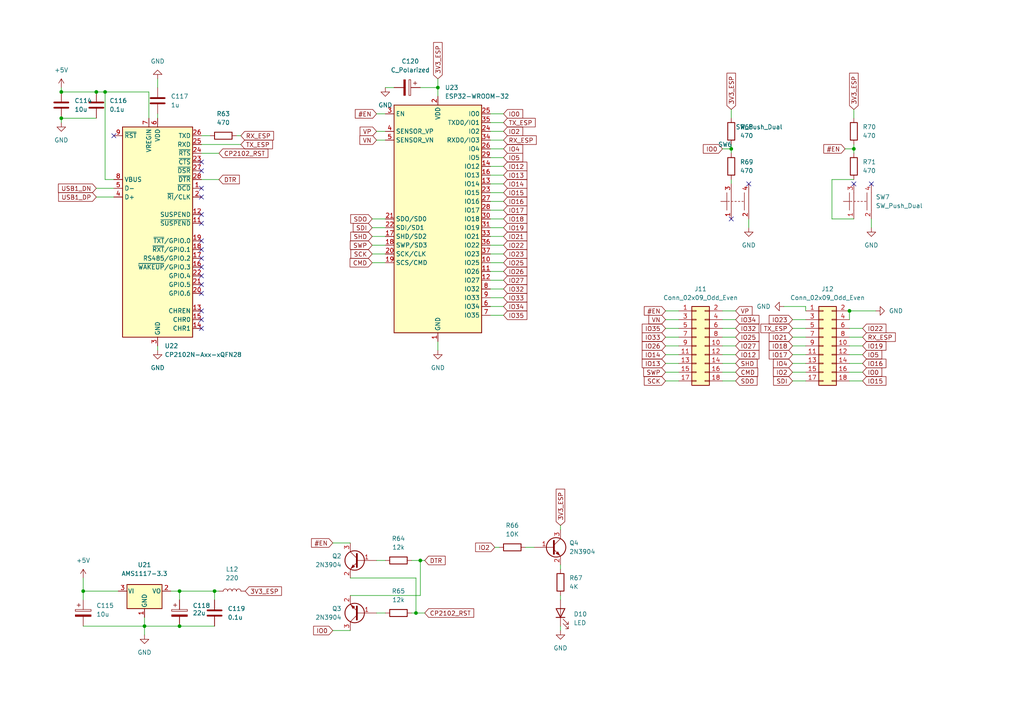
<source format=kicad_sch>
(kicad_sch (version 20211123) (generator eeschema)
  (paper "A4")
  (lib_symbols
    (symbol "Connector_Generic:Conn_02x09_Odd_Even" (pin_names (offset 1.016) hide)
      (property "Reference" "J" (at 1.27 12.7 0))
      (property "Value" "Conn_02x09_Odd_Even" (at 1.27 -12.7 0))
      (symbol "Conn_02x09_Odd_Even_1_1"
        (rectangle (start -1.27 -10.033) (end 0 -10.287) (stroke (width 0.1524)))
        (rectangle (start -1.27 -7.493) (end 0 -7.747) (stroke (width 0.1524)))
        (rectangle (start -1.27 -4.953) (end 0 -5.207) (stroke (width 0.1524)))
        (rectangle (start -1.27 -2.413) (end 0 -2.667) (stroke (width 0.1524)))
        (rectangle (start -1.27 0.127) (end 0 -0.127) (stroke (width 0.1524)))
        (rectangle (start -1.27 2.667) (end 0 2.413) (stroke (width 0.1524)))
        (rectangle (start -1.27 5.207) (end 0 4.953) (stroke (width 0.1524)))
        (rectangle (start -1.27 7.747) (end 0 7.493) (stroke (width 0.1524)))
        (rectangle (start -1.27 10.287) (end 0 10.033) (stroke (width 0.1524)))
        (rectangle (start -1.27 11.43) (end 3.81 -11.43) (stroke (width 0.254)) (fill (type background)))
        (rectangle (start 3.81 -10.033) (end 2.54 -10.287) (stroke (width 0.1524)))
        (rectangle (start 3.81 -7.493) (end 2.54 -7.747) (stroke (width 0.1524)))
        (rectangle (start 3.81 -4.953) (end 2.54 -5.207) (stroke (width 0.1524)))
        (rectangle (start 3.81 -2.413) (end 2.54 -2.667) (stroke (width 0.1524)))
        (rectangle (start 3.81 0.127) (end 2.54 -0.127) (stroke (width 0.1524)))
        (rectangle (start 3.81 2.667) (end 2.54 2.413) (stroke (width 0.1524)))
        (rectangle (start 3.81 5.207) (end 2.54 4.953) (stroke (width 0.1524)))
        (rectangle (start 3.81 7.747) (end 2.54 7.493) (stroke (width 0.1524)))
        (rectangle (start 3.81 10.287) (end 2.54 10.033) (stroke (width 0.1524)))
        (pin passive line (at -5.08 10.16 0) (length 3.81) (name "Pin_1") (number "1"))
        (pin passive line (at 7.62 0 180) (length 3.81) (name "Pin_10") (number "10"))
        (pin passive line (at -5.08 -2.54 0) (length 3.81) (name "Pin_11") (number "11"))
        (pin passive line (at 7.62 -2.54 180) (length 3.81) (name "Pin_12") (number "12"))
        (pin passive line (at -5.08 -5.08 0) (length 3.81) (name "Pin_13") (number "13"))
        (pin passive line (at 7.62 -5.08 180) (length 3.81) (name "Pin_14") (number "14"))
        (pin passive line (at -5.08 -7.62 0) (length 3.81) (name "Pin_15") (number "15"))
        (pin passive line (at 7.62 -7.62 180) (length 3.81) (name "Pin_16") (number "16"))
        (pin passive line (at -5.08 -10.16 0) (length 3.81) (name "Pin_17") (number "17"))
        (pin passive line (at 7.62 -10.16 180) (length 3.81) (name "Pin_18") (number "18"))
        (pin passive line (at 7.62 10.16 180) (length 3.81) (name "Pin_2") (number "2"))
        (pin passive line (at -5.08 7.62 0) (length 3.81) (name "Pin_3") (number "3"))
        (pin passive line (at 7.62 7.62 180) (length 3.81) (name "Pin_4") (number "4"))
        (pin passive line (at -5.08 5.08 0) (length 3.81) (name "Pin_5") (number "5"))
        (pin passive line (at 7.62 5.08 180) (length 3.81) (name "Pin_6") (number "6"))
        (pin passive line (at -5.08 2.54 0) (length 3.81) (name "Pin_7") (number "7"))
        (pin passive line (at 7.62 2.54 180) (length 3.81) (name "Pin_8") (number "8"))
        (pin passive line (at -5.08 0 0) (length 3.81) (name "Pin_9") (number "9"))
      )
    )
    (symbol "Device:C" (pin_numbers hide) (pin_names (offset 0.254))
      (property "Reference" "C" (at 0.635 2.54 0))
      (property "Value" "C" (at 0.635 -2.54 0))
      (symbol "C_0_1"
        (polyline (pts (xy -2.032 -0.762) (xy 2.032 -0.762)) (stroke (width 0.508)))
        (polyline (pts (xy -2.032 0.762) (xy 2.032 0.762)) (stroke (width 0.508)))
      )
      (symbol "C_1_1"
        (pin passive line (at 0 3.81 270) (length 2.794) (name "~") (number "1"))
        (pin passive line (at 0 -3.81 90) (length 2.794) (name "~") (number "2"))
      )
    )
    (symbol "Device:C_Polarized" (pin_numbers hide) (pin_names (offset 0.254))
      (property "Reference" "C" (at 0.635 2.54 0))
      (property "Value" "C_Polarized" (at 0.635 -2.54 0))
      (symbol "C_Polarized_0_1"
        (rectangle (start -2.286 0.508) (end 2.286 1.016))
        (polyline (pts (xy -1.778 2.286) (xy -0.762 2.286)))
        (polyline (pts (xy -1.27 2.794) (xy -1.27 1.778)))
        (rectangle (start 2.286 -0.508) (end -2.286 -1.016) (fill (type outline)))
      )
      (symbol "C_Polarized_1_1"
        (pin passive line (at 0 3.81 270) (length 2.794) (name "~") (number "1"))
        (pin passive line (at 0 -3.81 90) (length 2.794) (name "~") (number "2"))
      )
    )
    (symbol "Device:L" (pin_numbers hide) (pin_names (offset 1.016) hide)
      (property "Reference" "L" (at -1.27 0 90))
      (property "Value" "L" (at 1.905 0 90))
      (symbol "L_0_1"
        (arc (start 0 -2.54) (mid 0.635 -1.905) (end 0 -1.27))
        (arc (start 0 -1.27) (mid 0.635 -0.635) (end 0 0))
        (arc (start 0 0) (mid 0.635 0.635) (end 0 1.27))
        (arc (start 0 1.27) (mid 0.635 1.905) (end 0 2.54))
      )
      (symbol "L_1_1"
        (pin passive line (at 0 3.81 270) (length 1.27) (name "1") (number "1"))
        (pin passive line (at 0 -3.81 90) (length 1.27) (name "2") (number "2"))
      )
    )
    (symbol "Device:LED" (pin_numbers hide) (pin_names (offset 1.016) hide)
      (property "Reference" "D" (at 0 2.54 0))
      (property "Value" "LED" (at 0 -2.54 0))
      (symbol "LED_0_1"
        (polyline (pts (xy -1.27 -1.27) (xy -1.27 1.27)) (stroke (width 0.254)))
        (polyline (pts (xy -1.27 0) (xy 1.27 0)))
        (polyline (pts (xy 1.27 -1.27) (xy 1.27 1.27) (xy -1.27 0) (xy 1.27 -1.27)) (stroke (width 0.254)))
        (polyline (pts (xy -3.048 -0.762) (xy -4.572 -2.286) (xy -3.81 -2.286) (xy -4.572 -2.286) (xy -4.572 -1.524)))
        (polyline (pts (xy -1.778 -0.762) (xy -3.302 -2.286) (xy -2.54 -2.286) (xy -3.302 -2.286) (xy -3.302 -1.524)))
      )
      (symbol "LED_1_1"
        (pin passive line (at -3.81 0 0) (length 2.54) (name "K") (number "1"))
        (pin passive line (at 3.81 0 180) (length 2.54) (name "A") (number "2"))
      )
    )
    (symbol "Device:R" (pin_numbers hide) (pin_names (offset 0))
      (property "Reference" "R" (at 2.032 0 90))
      (property "Value" "R" (at 0 0 90))
      (symbol "R_0_1"
        (rectangle (start -1.016 -2.54) (end 1.016 2.54) (stroke (width 0.254)))
      )
      (symbol "R_1_1"
        (pin passive line (at 0 3.81 270) (length 1.27) (name "~") (number "1"))
        (pin passive line (at 0 -3.81 90) (length 1.27) (name "~") (number "2"))
      )
    )
    (symbol "Interface_USB:CP2102N-Axx-xQFN28"
      (property "Reference" "U" (at -8.89 31.75 0))
      (property "Value" "CP2102N-Axx-xQFN28" (at 12.7 31.75 0))
      (symbol "CP2102N-Axx-xQFN28_0_1"
        (rectangle (start -10.16 30.48) (end 10.16 -30.48) (stroke (width 0.254)) (fill (type background)))
      )
      (symbol "CP2102N-Axx-xQFN28_1_1"
        (pin input line (at 12.7 12.7 180) (length 2.54) (name "~{DCD}") (number "1"))
        (pin no_connect line (at -10.16 -27.94 0) (length 2.54) hide (name "NC") (number "10"))
        (pin output line (at 12.7 2.54 180) (length 2.54) (name "~{SUSPEND}") (number "11"))
        (pin output line (at 12.7 5.08 180) (length 2.54) (name "SUSPEND") (number "12"))
        (pin output line (at 12.7 -22.86 180) (length 2.54) (name "CHREN") (number "13"))
        (pin output line (at 12.7 -27.94 180) (length 2.54) (name "CHR1") (number "14"))
        (pin output line (at 12.7 -25.4 180) (length 2.54) (name "CHR0") (number "15"))
        (pin bidirectional line (at 12.7 -10.16 180) (length 2.54) (name "~{WAKEUP}/GPIO.3") (number "16"))
        (pin bidirectional line (at 12.7 -7.62 180) (length 2.54) (name "RS485/GPIO.2") (number "17"))
        (pin bidirectional line (at 12.7 -5.08 180) (length 2.54) (name "~{RXT}/GPIO.1") (number "18"))
        (pin bidirectional line (at 12.7 -2.54 180) (length 2.54) (name "~{TXT}/GPIO.0") (number "19"))
        (pin bidirectional line (at 12.7 10.16 180) (length 2.54) (name "~{RI}/CLK") (number "2"))
        (pin bidirectional line (at 12.7 -17.78 180) (length 2.54) (name "GPIO.6") (number "20"))
        (pin bidirectional line (at 12.7 -15.24 180) (length 2.54) (name "GPIO.5") (number "21"))
        (pin bidirectional line (at 12.7 -12.7 180) (length 2.54) (name "GPIO.4") (number "22"))
        (pin input line (at 12.7 20.32 180) (length 2.54) (name "~{CTS}") (number "23"))
        (pin output line (at 12.7 22.86 180) (length 2.54) (name "~{RTS}") (number "24"))
        (pin input line (at 12.7 25.4 180) (length 2.54) (name "RXD") (number "25"))
        (pin output line (at 12.7 27.94 180) (length 2.54) (name "TXD") (number "26"))
        (pin input line (at 12.7 17.78 180) (length 2.54) (name "~{DSR}") (number "27"))
        (pin output line (at 12.7 15.24 180) (length 2.54) (name "~{DTR}") (number "28"))
        (pin passive line (at 0 -33.02 90) (length 2.54) hide (name "GND") (number "29"))
        (pin power_in line (at 0 -33.02 90) (length 2.54) (name "GND") (number "3"))
        (pin bidirectional line (at -12.7 10.16 0) (length 2.54) (name "D+") (number "4"))
        (pin bidirectional line (at -12.7 12.7 0) (length 2.54) (name "D-") (number "5"))
        (pin power_in line (at 0 33.02 270) (length 2.54) (name "VDD") (number "6"))
        (pin power_in line (at -2.54 33.02 270) (length 2.54) (name "VREGIN") (number "7"))
        (pin input line (at -12.7 15.24 0) (length 2.54) (name "VBUS") (number "8"))
        (pin input line (at -12.7 27.94 0) (length 2.54) (name "~{RST}") (number "9"))
      )
    )
    (symbol "RF_Module:ESP32-WROOM-32"
      (property "Reference" "U" (at -12.7 34.29 0))
      (property "Value" "ESP32-WROOM-32" (at 1.27 34.29 0))
      (symbol "ESP32-WROOM-32_0_1"
        (rectangle (start -12.7 33.02) (end 12.7 -33.02) (stroke (width 0.254)) (fill (type background)))
      )
      (symbol "ESP32-WROOM-32_1_1"
        (pin power_in line (at 0 -35.56 90) (length 2.54) (name "GND") (number "1"))
        (pin bidirectional line (at 15.24 -12.7 180) (length 2.54) (name "IO25") (number "10"))
        (pin bidirectional line (at 15.24 -15.24 180) (length 2.54) (name "IO26") (number "11"))
        (pin bidirectional line (at 15.24 -17.78 180) (length 2.54) (name "IO27") (number "12"))
        (pin bidirectional line (at 15.24 10.16 180) (length 2.54) (name "IO14") (number "13"))
        (pin bidirectional line (at 15.24 15.24 180) (length 2.54) (name "IO12") (number "14"))
        (pin passive line (at 0 -35.56 90) (length 2.54) hide (name "GND") (number "15"))
        (pin bidirectional line (at 15.24 12.7 180) (length 2.54) (name "IO13") (number "16"))
        (pin bidirectional line (at -15.24 -5.08 0) (length 2.54) (name "SHD/SD2") (number "17"))
        (pin bidirectional line (at -15.24 -7.62 0) (length 2.54) (name "SWP/SD3") (number "18"))
        (pin bidirectional line (at -15.24 -12.7 0) (length 2.54) (name "SCS/CMD") (number "19"))
        (pin power_in line (at 0 35.56 270) (length 2.54) (name "VDD") (number "2"))
        (pin bidirectional line (at -15.24 -10.16 0) (length 2.54) (name "SCK/CLK") (number "20"))
        (pin bidirectional line (at -15.24 0 0) (length 2.54) (name "SDO/SD0") (number "21"))
        (pin bidirectional line (at -15.24 -2.54 0) (length 2.54) (name "SDI/SD1") (number "22"))
        (pin bidirectional line (at 15.24 7.62 180) (length 2.54) (name "IO15") (number "23"))
        (pin bidirectional line (at 15.24 25.4 180) (length 2.54) (name "IO2") (number "24"))
        (pin bidirectional line (at 15.24 30.48 180) (length 2.54) (name "IO0") (number "25"))
        (pin bidirectional line (at 15.24 20.32 180) (length 2.54) (name "IO4") (number "26"))
        (pin bidirectional line (at 15.24 5.08 180) (length 2.54) (name "IO16") (number "27"))
        (pin bidirectional line (at 15.24 2.54 180) (length 2.54) (name "IO17") (number "28"))
        (pin bidirectional line (at 15.24 17.78 180) (length 2.54) (name "IO5") (number "29"))
        (pin input line (at -15.24 30.48 0) (length 2.54) (name "EN") (number "3"))
        (pin bidirectional line (at 15.24 0 180) (length 2.54) (name "IO18") (number "30"))
        (pin bidirectional line (at 15.24 -2.54 180) (length 2.54) (name "IO19") (number "31"))
        (pin no_connect line (at -12.7 -27.94 0) (length 2.54) hide (name "NC") (number "32"))
        (pin bidirectional line (at 15.24 -5.08 180) (length 2.54) (name "IO21") (number "33"))
        (pin bidirectional line (at 15.24 22.86 180) (length 2.54) (name "RXD0/IO3") (number "34"))
        (pin bidirectional line (at 15.24 27.94 180) (length 2.54) (name "TXD0/IO1") (number "35"))
        (pin bidirectional line (at 15.24 -7.62 180) (length 2.54) (name "IO22") (number "36"))
        (pin bidirectional line (at 15.24 -10.16 180) (length 2.54) (name "IO23") (number "37"))
        (pin passive line (at 0 -35.56 90) (length 2.54) hide (name "GND") (number "38"))
        (pin passive line (at 0 -35.56 90) (length 2.54) hide (name "GND") (number "39"))
        (pin input line (at -15.24 25.4 0) (length 2.54) (name "SENSOR_VP") (number "4"))
        (pin input line (at -15.24 22.86 0) (length 2.54) (name "SENSOR_VN") (number "5"))
        (pin input line (at 15.24 -25.4 180) (length 2.54) (name "IO34") (number "6"))
        (pin input line (at 15.24 -27.94 180) (length 2.54) (name "IO35") (number "7"))
        (pin bidirectional line (at 15.24 -20.32 180) (length 2.54) (name "IO32") (number "8"))
        (pin bidirectional line (at 15.24 -22.86 180) (length 2.54) (name "IO33") (number "9"))
      )
    )
    (symbol "Regulator_Linear:AMS1117-3.3" (pin_names (offset 0.254))
      (property "Reference" "U" (at -3.81 3.175 0))
      (property "Value" "AMS1117-3.3" (at 0 3.175 0))
      (symbol "AMS1117-3.3_0_1"
        (rectangle (start -5.08 -5.08) (end 5.08 1.905) (stroke (width 0.254)) (fill (type background)))
      )
      (symbol "AMS1117-3.3_1_1"
        (pin power_in line (at 0 -7.62 90) (length 2.54) (name "GND") (number "1"))
        (pin power_out line (at 7.62 0 180) (length 2.54) (name "VO") (number "2"))
        (pin power_in line (at -7.62 0 0) (length 2.54) (name "VI") (number "3"))
      )
    )
    (symbol "SW_Push_Dual_2" (pin_names (offset 1.016) hide)
      (property "Reference" "SW6" (at 16.51 3.81 90))
      (property "Value" "SW_Push_Dual_2" (at 21.59 -1.27 90))
      (symbol "SW_Push_Dual_2_0_1"
        (polyline (pts (xy -2.54 -5.08) (xy 2.54 -5.08)))
        (polyline (pts (xy -2.54 0) (xy 2.54 0)))
        (polyline (pts (xy 0 -3.048) (xy 0 -3.556)))
        (polyline (pts (xy 0 -2.032) (xy 0 -2.54)))
        (polyline (pts (xy 0 -1.524) (xy 0 -1.016)))
        (polyline (pts (xy 0 -0.508) (xy 0 0)))
        (polyline (pts (xy 0 0.508) (xy 0 1.016)))
        (polyline (pts (xy 0 1.27) (xy 0 3.048)))
        (polyline (pts (xy 2.54 -3.81) (xy -2.54 -3.81)))
        (polyline (pts (xy 2.54 1.27) (xy -2.54 1.27)))
        (pin passive line (at -5.08 0 0) (length 2.54) (name "1") (number "1"))
        (pin passive line (at -5.08 -5.08 0) (length 2.54) (name "2") (number "2"))
        (pin passive line (at 5.08 0 180) (length 2.54) (name "3") (number "3"))
        (pin passive line (at 5.08 -5.08 180) (length 2.54) (name "4") (number "4"))
      )
    )
    (symbol "Switch:SW_Push_Dual_4" (pin_names (offset 1.016) hide)
      (property "Reference" "SW6" (at -3.81 16.51 90))
      (property "Value" "SW_Push_Dual_4" (at 1.27 21.59 90))
      (symbol "SW_Push_Dual_4_0_1"
        (polyline (pts (xy -2.54 -5.08) (xy 2.54 -5.08)))
        (polyline (pts (xy -2.54 0) (xy 2.54 0)))
        (polyline (pts (xy 0 -3.048) (xy 0 -3.556)))
        (polyline (pts (xy 0 -2.032) (xy 0 -2.54)))
        (polyline (pts (xy 0 -1.524) (xy 0 -1.016)))
        (polyline (pts (xy 0 -0.508) (xy 0 0)))
        (polyline (pts (xy 0 0.508) (xy 0 1.016)))
        (polyline (pts (xy 0 1.27) (xy 0 3.048)))
        (polyline (pts (xy 2.54 -3.81) (xy -2.54 -3.81)))
        (polyline (pts (xy 2.54 1.27) (xy -2.54 1.27)))
        (pin passive line (at -5.08 0 0) (length 2.54) (name "1") (number "1"))
        (pin passive line (at -5.08 -5.08 0) (length 2.54) (name "2") (number "2"))
        (pin passive line (at 5.08 0 180) (length 2.54) (name "3") (number "3"))
        (pin passive line (at 5.08 -5.08 180) (length 2.54) (name "4") (number "4"))
      )
    )
    (symbol "Transistor_BJT:BC817" (pin_names (offset 0) hide)
      (property "Reference" "Q" (at 5.08 1.905 0))
      (property "Value" "BC817" (at 5.08 0 0))
      (symbol "BC817_0_1"
        (polyline (pts (xy 0.635 0.635) (xy 2.54 2.54)))
        (polyline (pts (xy 0.635 -0.635) (xy 2.54 -2.54) (xy 2.54 -2.54)))
        (polyline (pts (xy 0.635 1.905) (xy 0.635 -1.905) (xy 0.635 -1.905)) (stroke (width 0.508)))
        (polyline (pts (xy 1.27 -1.778) (xy 1.778 -1.27) (xy 2.286 -2.286) (xy 1.27 -1.778) (xy 1.27 -1.778)) (fill (type outline)))
        (circle (center 1.27 0) (radius 2.8194) (stroke (width 0.254)))
      )
      (symbol "BC817_1_1"
        (pin input line (at -5.08 0 0) (length 5.715) (name "B") (number "1"))
        (pin passive line (at 2.54 -5.08 90) (length 2.54) (name "E") (number "2"))
        (pin passive line (at 2.54 5.08 270) (length 2.54) (name "C") (number "3"))
      )
    )
    (symbol "power:+5V" (power) (pin_names (offset 0))
      (property "Value" "+5V" (at 0 3.556 0))
      (symbol "+5V_0_1"
        (polyline (pts (xy -0.762 1.27) (xy 0 2.54)))
        (polyline (pts (xy 0 0) (xy 0 2.54)))
        (polyline (pts (xy 0 2.54) (xy 0.762 1.27)))
      )
      (symbol "+5V_1_1"
        (pin power_in line (at 0 0 90) (length 0) hide (name "+5V") (number "1"))
      )
    )
    (symbol "power:GND" (power) (pin_names (offset 0))
      (property "Value" "GND" (at 0 -3.81 0))
      (symbol "GND_0_1"
        (polyline (pts (xy 0 0) (xy 0 -1.27) (xy 1.27 -1.27) (xy 0 -2.54) (xy -1.27 -1.27) (xy 0 -1.27)))
      )
      (symbol "GND_1_1"
        (pin power_in line (at 0 0 270) (length 0) hide (name "GND") (number "1"))
      )
    )
  )
  (junction (at 52.07 171.45))
  (junction (at 212.09 43.18))
  (junction (at 27.94 26.67))
  (junction (at 120.65 177.8))
  (junction (at 127 25.4))
  (junction (at 121.92 162.56))
  (junction (at 52.07 181.61))
  (junction (at 17.78 34.29))
  (junction (at 62.23 171.45))
  (junction (at 246.38 90.17))
  (junction (at 30.48 26.67))
  (junction (at 247.65 43.18))
  (junction (at 17.78 26.67))
  (junction (at 24.13 171.45))
  (junction (at 41.91 181.61))
  (no_connect (at 58.42 92.71))
  (no_connect (at 58.42 90.17))
  (no_connect (at 58.42 64.77))
  (no_connect (at 58.42 77.47))
  (no_connect (at 58.42 80.01))
  (no_connect (at 58.42 85.09))
  (no_connect (at 58.42 69.85))
  (no_connect (at 58.42 72.39))
  (no_connect (at 58.42 82.55))
  (no_connect (at 58.42 74.93))
  (no_connect (at 58.42 95.25))
  (no_connect (at 58.42 46.99))
  (no_connect (at 58.42 49.53))
  (no_connect (at 58.42 62.23))
  (no_connect (at 58.42 54.61))
  (no_connect (at 58.42 57.15))
  (no_connect (at 212.09 63.5))
  (no_connect (at 217.17 53.34))
  (no_connect (at 252.73 53.34))
  (no_connect (at 247.65 53.34))
  (no_connect (at 33.02 39.37))
  (wire (pts (xy 209.55 43.18) (xy 212.09 43.18)))
  (wire (pts (xy 96.52 157.48) (xy 101.6 157.48)))
  (wire (pts (xy 111.76 25.4) (xy 114.3 25.4)))
  (wire (pts (xy 209.55 92.71) (xy 213.36 92.71)))
  (wire (pts (xy 107.95 66.04) (xy 111.76 66.04)))
  (wire (pts (xy 212.09 31.75) (xy 212.09 34.29)))
  (wire (pts (xy 109.22 33.02) (xy 111.76 33.02)))
  (wire (pts (xy 107.95 73.66) (xy 111.76 73.66)))
  (wire (pts (xy 193.04 110.49) (xy 196.85 110.49)))
  (wire (pts (xy 107.95 68.58) (xy 111.76 68.58)))
  (wire (pts (xy 241.3 52.07) (xy 241.3 63.5)))
  (wire (pts (xy 41.91 181.61) (xy 52.07 181.61)))
  (wire (pts (xy 142.24 53.34) (xy 146.05 53.34)))
  (wire (pts (xy 109.22 162.56) (xy 111.76 162.56)))
  (wire (pts (xy 45.72 100.33) (xy 45.72 101.6)))
  (wire (pts (xy 58.42 39.37) (xy 60.96 39.37)))
  (wire (pts (xy 246.38 97.79) (xy 250.19 97.79)))
  (wire (pts (xy 212.09 41.91) (xy 212.09 43.18)))
  (wire (pts (xy 107.95 76.2) (xy 111.76 76.2)))
  (wire (pts (xy 217.17 63.5) (xy 217.17 66.04)))
  (wire (pts (xy 142.24 88.9) (xy 146.05 88.9)))
  (wire (pts (xy 212.09 52.07) (xy 212.09 53.34)))
  (wire (pts (xy 229.87 107.95) (xy 233.68 107.95)))
  (wire (pts (xy 246.38 102.87) (xy 250.19 102.87)))
  (wire (pts (xy 142.24 66.04) (xy 146.05 66.04)))
  (wire (pts (xy 193.04 95.25) (xy 196.85 95.25)))
  (wire (pts (xy 209.55 105.41) (xy 213.36 105.41)))
  (wire (pts (xy 58.42 41.91) (xy 69.85 41.91)))
  (wire (pts (xy 120.65 177.8) (xy 123.19 177.8)))
  (wire (pts (xy 246.38 107.95) (xy 250.19 107.95)))
  (wire (pts (xy 142.24 48.26) (xy 146.05 48.26)))
  (wire (pts (xy 209.55 97.79) (xy 213.36 97.79)))
  (wire (pts (xy 142.24 68.58) (xy 146.05 68.58)))
  (wire (pts (xy 252.73 63.5) (xy 252.73 66.04)))
  (wire (pts (xy 247.65 31.75) (xy 247.65 34.29)))
  (wire (pts (xy 96.52 182.88) (xy 101.6 182.88)))
  (wire (pts (xy 229.87 105.41) (xy 233.68 105.41)))
  (wire (pts (xy 143.51 158.75) (xy 144.78 158.75)))
  (wire (pts (xy 193.04 92.71) (xy 196.85 92.71)))
  (wire (pts (xy 62.23 171.45) (xy 62.23 173.99)))
  (wire (pts (xy 247.65 43.18) (xy 247.65 44.45)))
  (wire (pts (xy 24.13 167.64) (xy 24.13 171.45)))
  (wire (pts (xy 229.87 110.49) (xy 233.68 110.49)))
  (wire (pts (xy 101.6 167.64) (xy 120.65 167.64)))
  (wire (pts (xy 121.92 172.72) (xy 121.92 162.56)))
  (wire (pts (xy 142.24 73.66) (xy 146.05 73.66)))
  (wire (pts (xy 17.78 26.67) (xy 27.94 26.67)))
  (wire (pts (xy 229.87 97.79) (xy 233.68 97.79)))
  (wire (pts (xy 247.65 41.91) (xy 247.65 43.18)))
  (wire (pts (xy 246.38 105.41) (xy 250.19 105.41)))
  (wire (pts (xy 209.55 110.49) (xy 213.36 110.49)))
  (wire (pts (xy 49.53 171.45) (xy 52.07 171.45)))
  (wire (pts (xy 33.02 52.07) (xy 30.48 52.07)))
  (wire (pts (xy 227.33 88.9) (xy 233.68 88.9)))
  (wire (pts (xy 162.56 163.83) (xy 162.56 165.1)))
  (wire (pts (xy 193.04 105.41) (xy 196.85 105.41)))
  (wire (pts (xy 229.87 100.33) (xy 233.68 100.33)))
  (wire (pts (xy 127 22.86) (xy 127 25.4)))
  (wire (pts (xy 27.94 26.67) (xy 30.48 26.67)))
  (wire (pts (xy 109.22 40.64) (xy 111.76 40.64)))
  (wire (pts (xy 142.24 83.82) (xy 146.05 83.82)))
  (wire (pts (xy 247.65 52.07) (xy 241.3 52.07)))
  (wire (pts (xy 101.6 172.72) (xy 121.92 172.72)))
  (wire (pts (xy 127 99.06) (xy 127 101.6)))
  (wire (pts (xy 209.55 95.25) (xy 213.36 95.25)))
  (wire (pts (xy 17.78 25.4) (xy 17.78 26.67)))
  (wire (pts (xy 45.72 33.02) (xy 45.72 34.29)))
  (wire (pts (xy 245.11 43.18) (xy 247.65 43.18)))
  (wire (pts (xy 229.87 102.87) (xy 233.68 102.87)))
  (wire (pts (xy 142.24 63.5) (xy 146.05 63.5)))
  (wire (pts (xy 246.38 95.25) (xy 250.19 95.25)))
  (wire (pts (xy 30.48 52.07) (xy 30.48 26.67)))
  (wire (pts (xy 120.65 167.64) (xy 120.65 177.8)))
  (wire (pts (xy 142.24 40.64) (xy 146.05 40.64)))
  (wire (pts (xy 41.91 181.61) (xy 41.91 179.07)))
  (wire (pts (xy 193.04 97.79) (xy 196.85 97.79)))
  (wire (pts (xy 241.3 63.5) (xy 247.65 63.5)))
  (wire (pts (xy 17.78 34.29) (xy 17.78 35.56)))
  (wire (pts (xy 27.94 54.61) (xy 33.02 54.61)))
  (wire (pts (xy 142.24 33.02) (xy 146.05 33.02)))
  (wire (pts (xy 142.24 81.28) (xy 146.05 81.28)))
  (wire (pts (xy 142.24 43.18) (xy 146.05 43.18)))
  (wire (pts (xy 24.13 171.45) (xy 34.29 171.45)))
  (wire (pts (xy 17.78 34.29) (xy 27.94 34.29)))
  (wire (pts (xy 246.38 110.49) (xy 250.19 110.49)))
  (wire (pts (xy 107.95 71.12) (xy 111.76 71.12)))
  (wire (pts (xy 209.55 107.95) (xy 213.36 107.95)))
  (wire (pts (xy 142.24 38.1) (xy 146.05 38.1)))
  (wire (pts (xy 142.24 60.96) (xy 146.05 60.96)))
  (wire (pts (xy 246.38 100.33) (xy 250.19 100.33)))
  (wire (pts (xy 142.24 45.72) (xy 146.05 45.72)))
  (wire (pts (xy 229.87 92.71) (xy 233.68 92.71)))
  (wire (pts (xy 58.42 52.07) (xy 63.5 52.07)))
  (wire (pts (xy 121.92 25.4) (xy 127 25.4)))
  (wire (pts (xy 193.04 90.17) (xy 196.85 90.17)))
  (wire (pts (xy 119.38 162.56) (xy 121.92 162.56)))
  (wire (pts (xy 27.94 57.15) (xy 33.02 57.15)))
  (wire (pts (xy 58.42 44.45) (xy 63.5 44.45)))
  (wire (pts (xy 162.56 172.72) (xy 162.56 173.99)))
  (wire (pts (xy 52.07 181.61) (xy 62.23 181.61)))
  (wire (pts (xy 43.18 26.67) (xy 43.18 34.29)))
  (wire (pts (xy 193.04 102.87) (xy 196.85 102.87)))
  (wire (pts (xy 142.24 35.56) (xy 146.05 35.56)))
  (wire (pts (xy 209.55 90.17) (xy 213.36 90.17)))
  (wire (pts (xy 229.87 95.25) (xy 233.68 95.25)))
  (wire (pts (xy 142.24 86.36) (xy 146.05 86.36)))
  (wire (pts (xy 142.24 78.74) (xy 146.05 78.74)))
  (wire (pts (xy 127 25.4) (xy 127 27.94)))
  (wire (pts (xy 142.24 58.42) (xy 146.05 58.42)))
  (wire (pts (xy 209.55 102.87) (xy 213.36 102.87)))
  (wire (pts (xy 41.91 181.61) (xy 41.91 184.15)))
  (wire (pts (xy 142.24 55.88) (xy 146.05 55.88)))
  (wire (pts (xy 193.04 100.33) (xy 196.85 100.33)))
  (wire (pts (xy 24.13 173.99) (xy 24.13 171.45)))
  (wire (pts (xy 45.72 22.86) (xy 45.72 25.4)))
  (wire (pts (xy 52.07 171.45) (xy 62.23 171.45)))
  (wire (pts (xy 52.07 173.99) (xy 52.07 171.45)))
  (wire (pts (xy 68.58 39.37) (xy 69.85 39.37)))
  (wire (pts (xy 109.22 38.1) (xy 111.76 38.1)))
  (wire (pts (xy 142.24 91.44) (xy 146.05 91.44)))
  (wire (pts (xy 193.04 107.95) (xy 196.85 107.95)))
  (wire (pts (xy 109.22 177.8) (xy 111.76 177.8)))
  (wire (pts (xy 212.09 43.18) (xy 212.09 44.45)))
  (wire (pts (xy 119.38 177.8) (xy 120.65 177.8)))
  (wire (pts (xy 152.4 158.75) (xy 154.94 158.75)))
  (wire (pts (xy 246.38 90.17) (xy 254 90.17)))
  (wire (pts (xy 62.23 171.45) (xy 63.5 171.45)))
  (wire (pts (xy 142.24 71.12) (xy 146.05 71.12)))
  (wire (pts (xy 233.68 88.9) (xy 233.68 90.17)))
  (wire (pts (xy 209.55 100.33) (xy 213.36 100.33)))
  (wire (pts (xy 142.24 76.2) (xy 146.05 76.2)))
  (wire (pts (xy 107.95 63.5) (xy 111.76 63.5)))
  (wire (pts (xy 30.48 26.67) (xy 43.18 26.67)))
  (wire (pts (xy 24.13 181.61) (xy 41.91 181.61)))
  (wire (pts (xy 162.56 152.4) (xy 162.56 153.67)))
  (wire (pts (xy 121.92 162.56) (xy 123.19 162.56)))
  (wire (pts (xy 142.24 50.8) (xy 146.05 50.8)))
  (wire (pts (xy 246.38 90.17) (xy 246.38 92.71)))
  (wire (pts (xy 162.56 181.61) (xy 162.56 182.88)))
  (global_label "VN" (shape input) (at 109.22 40.64 180) (property "Intersheet References" "${INTERSHEET_REFS}" (effects hide)))
  (global_label "IO14" (shape input) (at 146.05 53.34 0) (property "Intersheet References" "${INTERSHEET_REFS}" (effects hide)))
  (global_label "SDO" (shape input) (at 107.95 63.5 180) (property "Intersheet References" "${INTERSHEET_REFS}" (effects hide)))
  (global_label "IO0" (shape input) (at 96.52 182.88 180) (property "Intersheet References" "${INTERSHEET_REFS}" (effects hide)))
  (global_label "3V3_ESP" (shape input) (at 71.12 171.45 0) (property "Intersheet References" "${INTERSHEET_REFS}" (effects hide)))
  (global_label "IO2" (shape input) (at 143.51 158.75 180) (property "Intersheet References" "${INTERSHEET_REFS}" (effects hide)))
  (global_label "IO13" (shape input) (at 146.05 50.8 0) (property "Intersheet References" "${INTERSHEET_REFS}" (effects hide)))
  (global_label "RX_ESP" (shape input) (at 250.19 97.79 0) (property "Intersheet References" "${INTERSHEET_REFS}" (effects hide)))
  (global_label "IO23" (shape input) (at 146.05 73.66 0) (property "Intersheet References" "${INTERSHEET_REFS}" (effects hide)))
  (global_label "IO2" (shape input) (at 146.05 38.1 0) (property "Intersheet References" "${INTERSHEET_REFS}" (effects hide)))
  (global_label "IO0" (shape input) (at 146.05 33.02 0) (property "Intersheet References" "${INTERSHEET_REFS}" (effects hide)))
  (global_label "IO26" (shape input) (at 193.04 100.33 180) (property "Intersheet References" "${INTERSHEET_REFS}" (effects hide)))
  (global_label "USB1_DN" (shape input) (at 27.94 54.61 180) (property "Intersheet References" "${INTERSHEET_REFS}" (effects hide)))
  (global_label "IO16" (shape input) (at 250.19 105.41 0) (property "Intersheet References" "${INTERSHEET_REFS}" (effects hide)))
  (global_label "IO22" (shape input) (at 250.19 95.25 0) (property "Intersheet References" "${INTERSHEET_REFS}" (effects hide)))
  (global_label "IO21" (shape input) (at 146.05 68.58 0) (property "Intersheet References" "${INTERSHEET_REFS}" (effects hide)))
  (global_label "SDI" (shape input) (at 229.87 110.49 180) (property "Intersheet References" "${INTERSHEET_REFS}" (effects hide)))
  (global_label "IO25" (shape input) (at 146.05 76.2 0) (property "Intersheet References" "${INTERSHEET_REFS}" (effects hide)))
  (global_label "IO17" (shape input) (at 146.05 60.96 0) (property "Intersheet References" "${INTERSHEET_REFS}" (effects hide)))
  (global_label "CP2102_RST" (shape input) (at 63.5 44.45 0) (property "Intersheet References" "${INTERSHEET_REFS}" (effects hide)))
  (global_label "RX_ESP" (shape input) (at 146.05 40.64 0) (property "Intersheet References" "${INTERSHEET_REFS}" (effects hide)))
  (global_label "IO34" (shape input) (at 146.05 88.9 0) (property "Intersheet References" "${INTERSHEET_REFS}" (effects hide)))
  (global_label "IO27" (shape input) (at 146.05 81.28 0) (property "Intersheet References" "${INTERSHEET_REFS}" (effects hide)))
  (global_label "IO35" (shape input) (at 146.05 91.44 0) (property "Intersheet References" "${INTERSHEET_REFS}" (effects hide)))
  (global_label "IO4" (shape input) (at 146.05 43.18 0) (property "Intersheet References" "${INTERSHEET_REFS}" (effects hide)))
  (global_label "VN" (shape input) (at 193.04 92.71 180) (property "Intersheet References" "${INTERSHEET_REFS}" (effects hide)))
  (global_label "IO32" (shape input) (at 213.36 95.25 0) (property "Intersheet References" "${INTERSHEET_REFS}" (effects hide)))
  (global_label "3V3_ESP" (shape input) (at 127 22.86 90) (property "Intersheet References" "${INTERSHEET_REFS}" (effects hide)))
  (global_label "IO16" (shape input) (at 146.05 58.42 0) (property "Intersheet References" "${INTERSHEET_REFS}" (effects hide)))
  (global_label "SWP" (shape input) (at 193.04 107.95 180) (property "Intersheet References" "${INTERSHEET_REFS}" (effects hide)))
  (global_label "IO21" (shape input) (at 229.87 97.79 180) (property "Intersheet References" "${INTERSHEET_REFS}" (effects hide)))
  (global_label "IO18" (shape input) (at 146.05 63.5 0) (property "Intersheet References" "${INTERSHEET_REFS}" (effects hide)))
  (global_label "IO33" (shape input) (at 146.05 86.36 0) (property "Intersheet References" "${INTERSHEET_REFS}" (effects hide)))
  (global_label "SHD" (shape input) (at 213.36 105.41 0) (property "Intersheet References" "${INTERSHEET_REFS}" (effects hide)))
  (global_label "IO13" (shape input) (at 193.04 105.41 180) (property "Intersheet References" "${INTERSHEET_REFS}" (effects hide)))
  (global_label "SWP" (shape input) (at 107.95 71.12 180) (property "Intersheet References" "${INTERSHEET_REFS}" (effects hide)))
  (global_label "CMD" (shape input) (at 107.95 76.2 180) (property "Intersheet References" "${INTERSHEET_REFS}" (effects hide)))
  (global_label "IO34" (shape input) (at 213.36 92.71 0) (property "Intersheet References" "${INTERSHEET_REFS}" (effects hide)))
  (global_label "#EN" (shape input) (at 245.11 43.18 180) (property "Intersheet References" "${INTERSHEET_REFS}" (effects hide)))
  (global_label "IO26" (shape input) (at 146.05 78.74 0) (property "Intersheet References" "${INTERSHEET_REFS}" (effects hide)))
  (global_label "#EN" (shape input) (at 193.04 90.17 180) (property "Intersheet References" "${INTERSHEET_REFS}" (effects hide)))
  (global_label "IO15" (shape input) (at 146.05 55.88 0) (property "Intersheet References" "${INTERSHEET_REFS}" (effects hide)))
  (global_label "SHD" (shape input) (at 107.95 68.58 180) (property "Intersheet References" "${INTERSHEET_REFS}" (effects hide)))
  (global_label "IO15" (shape input) (at 250.19 110.49 0) (property "Intersheet References" "${INTERSHEET_REFS}" (effects hide)))
  (global_label "VP" (shape input) (at 109.22 38.1 180) (property "Intersheet References" "${INTERSHEET_REFS}" (effects hide)))
  (global_label "TX_ESP" (shape input) (at 69.85 41.91 0) (property "Intersheet References" "${INTERSHEET_REFS}" (effects hide)))
  (global_label "IO25" (shape input) (at 213.36 97.79 0) (property "Intersheet References" "${INTERSHEET_REFS}" (effects hide)))
  (global_label "CP2102_RST" (shape input) (at 123.19 177.8 0) (property "Intersheet References" "${INTERSHEET_REFS}" (effects hide)))
  (global_label "IO19" (shape input) (at 250.19 100.33 0) (property "Intersheet References" "${INTERSHEET_REFS}" (effects hide)))
  (global_label "SDI" (shape input) (at 107.95 66.04 180) (property "Intersheet References" "${INTERSHEET_REFS}" (effects hide)))
  (global_label "IO18" (shape input) (at 229.87 100.33 180) (property "Intersheet References" "${INTERSHEET_REFS}" (effects hide)))
  (global_label "IO5" (shape input) (at 250.19 102.87 0) (property "Intersheet References" "${INTERSHEET_REFS}" (effects hide)))
  (global_label "IO27" (shape input) (at 213.36 100.33 0) (property "Intersheet References" "${INTERSHEET_REFS}" (effects hide)))
  (global_label "IO19" (shape input) (at 146.05 66.04 0) (property "Intersheet References" "${INTERSHEET_REFS}" (effects hide)))
  (global_label "3V3_ESP" (shape input) (at 247.65 31.75 90) (property "Intersheet References" "${INTERSHEET_REFS}" (effects hide)))
  (global_label "IO22" (shape input) (at 146.05 71.12 0) (property "Intersheet References" "${INTERSHEET_REFS}" (effects hide)))
  (global_label "TX_ESP" (shape input) (at 146.05 35.56 0) (property "Intersheet References" "${INTERSHEET_REFS}" (effects hide)))
  (global_label "SCK" (shape input) (at 107.95 73.66 180) (property "Intersheet References" "${INTERSHEET_REFS}" (effects hide)))
  (global_label "IO32" (shape input) (at 146.05 83.82 0) (property "Intersheet References" "${INTERSHEET_REFS}" (effects hide)))
  (global_label "IO12" (shape input) (at 213.36 102.87 0) (property "Intersheet References" "${INTERSHEET_REFS}" (effects hide)))
  (global_label "SDO" (shape input) (at 213.36 110.49 0) (property "Intersheet References" "${INTERSHEET_REFS}" (effects hide)))
  (global_label "USB1_DP" (shape input) (at 27.94 57.15 180) (property "Intersheet References" "${INTERSHEET_REFS}" (effects hide)))
  (global_label "CMD" (shape input) (at 213.36 107.95 0) (property "Intersheet References" "${INTERSHEET_REFS}" (effects hide)))
  (global_label "IO33" (shape input) (at 193.04 97.79 180) (property "Intersheet References" "${INTERSHEET_REFS}" (effects hide)))
  (global_label "IO2" (shape input) (at 229.87 107.95 180) (property "Intersheet References" "${INTERSHEET_REFS}" (effects hide)))
  (global_label "TX_ESP" (shape input) (at 229.87 95.25 180) (property "Intersheet References" "${INTERSHEET_REFS}" (effects hide)))
  (global_label "IO12" (shape input) (at 146.05 48.26 0) (property "Intersheet References" "${INTERSHEET_REFS}" (effects hide)))
  (global_label "IO35" (shape input) (at 193.04 95.25 180) (property "Intersheet References" "${INTERSHEET_REFS}" (effects hide)))
  (global_label "3V3_ESP" (shape input) (at 162.56 152.4 90) (property "Intersheet References" "${INTERSHEET_REFS}" (effects hide)))
  (global_label "#EN" (shape input) (at 109.22 33.02 180) (property "Intersheet References" "${INTERSHEET_REFS}" (effects hide)))
  (global_label "DTR" (shape input) (at 123.19 162.56 0) (property "Intersheet References" "${INTERSHEET_REFS}" (effects hide)))
  (global_label "#EN" (shape input) (at 96.52 157.48 180) (property "Intersheet References" "${INTERSHEET_REFS}" (effects hide)))
  (global_label "VP" (shape input) (at 213.36 90.17 0) (property "Intersheet References" "${INTERSHEET_REFS}" (effects hide)))
  (global_label "IO23" (shape input) (at 229.87 92.71 180) (property "Intersheet References" "${INTERSHEET_REFS}" (effects hide)))
  (global_label "SCK" (shape input) (at 193.04 110.49 180) (property "Intersheet References" "${INTERSHEET_REFS}" (effects hide)))
  (global_label "IO14" (shape input) (at 193.04 102.87 180) (property "Intersheet References" "${INTERSHEET_REFS}" (effects hide)))
  (global_label "IO4" (shape input) (at 229.87 105.41 180) (property "Intersheet References" "${INTERSHEET_REFS}" (effects hide)))
  (global_label "3V3_ESP" (shape input) (at 212.09 31.75 90) (property "Intersheet References" "${INTERSHEET_REFS}" (effects hide)))
  (global_label "RX_ESP" (shape input) (at 69.85 39.37 0) (property "Intersheet References" "${INTERSHEET_REFS}" (effects hide)))
  (global_label "IO0" (shape input) (at 250.19 107.95 0) (property "Intersheet References" "${INTERSHEET_REFS}" (effects hide)))
  (global_label "IO0" (shape input) (at 209.55 43.18 180) (property "Intersheet References" "${INTERSHEET_REFS}" (effects hide)))
  (global_label "IO5" (shape input) (at 146.05 45.72 0) (property "Intersheet References" "${INTERSHEET_REFS}" (effects hide)))
  (global_label "IO17" (shape input) (at 229.87 102.87 180) (property "Intersheet References" "${INTERSHEET_REFS}" (effects hide)))
  (global_label "DTR" (shape input) (at 63.5 52.07 0) (property "Intersheet References" "${INTERSHEET_REFS}" (effects hide)))
  (symbol (lib_id "Device:R") (at 64.77 39.37 90) (unit 1)
    (property "Reference" "R63" (at 64.77 33.02 90))
    (property "Value" "470" (at 64.77 35.56 90))
    (property "Footprint" "Resistor_SMD:R_0603_1608Metric_Pad0.98x0.95mm_HandSolder" (effects hide))
  )
  (symbol (lib_id "power:GND") (at 227.33 88.9 270) (unit 1)
    (property "Reference" "#PWR0107" (effects hide))
    (property "Value" "GND" (at 223.52 88.8999 90) (effects (justify right)))
  )
  (symbol (lib_id "Device:C") (at 45.72 29.21 0) (unit 1)
    (property "Reference" "C117" (at 49.53 27.9399 0) (effects (justify left)))
    (property "Value" "1u" (at 49.53 30.4799 0) (effects (justify left)))
    (property "Footprint" "Capacitor_SMD:C_0603_1608Metric_Pad1.08x0.95mm_HandSolder" (effects hide))
  )
  (symbol (lib_id "Device:R") (at 247.65 48.26 180) (unit 1)
    (property "Reference" "R71" (at 250.19 46.9899 0) (effects (justify right)))
    (property "Value" "470" (at 250.19 49.5299 0) (effects (justify right)))
    (property "Footprint" "Resistor_SMD:R_0603_1608Metric_Pad0.98x0.95mm_HandSolder" (effects hide))
  )
  (symbol (lib_id "Connector_Generic:Conn_02x09_Odd_Even") (at 201.93 100.33 0) (unit 1)
    (property "Reference" "J11" (at 203.2 83.82 0))
    (property "Value" "Conn_02x09_Odd_Even" (at 203.2 86.36 0))
    (property "Footprint" "Connector_PinSocket_2.54mm:PinSocket_2x09_P2.54mm_Vertical" (effects hide))
  )
  (symbol (lib_id "Regulator_Linear:AMS1117-3.3") (at 41.91 171.45 0) (unit 1)
    (property "Reference" "U21" (at 41.91 163.83 0))
    (property "Value" "AMS1117-3.3" (at 41.91 166.37 0))
    (property "Footprint" "Package_TO_SOT_SMD:SOT-223-3_TabPin2" (effects hide))
    (property "Datasheet" "http://www.advanced-monolithic.com/pdf/ds1117.pdf" (effects hide))
  )
  (symbol (lib_id "Device:R") (at 212.09 38.1 180) (unit 1)
    (property "Reference" "R68" (at 214.63 36.8299 0) (effects (justify right)))
    (property "Value" "470" (at 214.63 39.3699 0) (effects (justify right)))
    (property "Footprint" "Resistor_SMD:R_0603_1608Metric_Pad0.98x0.95mm_HandSolder" (effects hide))
  )
  (symbol (lib_id "power:GND") (at 17.78 35.56 0) (unit 1)
    (property "Reference" "#PWR098" (effects hide))
    (property "Value" "GND" (at 17.78 40.64 0))
  )
  (symbol (lib_id "Device:C") (at 17.78 30.48 0) (unit 1)
    (property "Reference" "C114" (at 21.59 29.2099 0) (effects (justify left)))
    (property "Value" "10u" (at 21.59 31.7499 0) (effects (justify left)))
    (property "Footprint" "Capacitor_SMD:C_0603_1608Metric_Pad1.08x0.95mm_HandSolder" (effects hide))
  )
  (symbol (lib_id "power:GND") (at 127 101.6 0) (unit 1)
    (property "Reference" "#PWR0104" (effects hide))
    (property "Value" "GND" (at 127 106.68 0))
  )
  (symbol (lib_id "Device:R") (at 148.59 158.75 90) (unit 1)
    (property "Reference" "R66" (at 148.59 152.4 90))
    (property "Value" "10K" (at 148.59 154.94 90))
    (property "Footprint" "Resistor_SMD:R_0603_1608Metric_Pad0.98x0.95mm_HandSolder" (effects hide))
  )
  (symbol (lib_id "power:GND") (at 111.76 25.4 0) (unit 1)
    (property "Reference" "#PWR0103" (effects hide))
    (property "Value" "GND" (at 111.76 30.48 0))
  )
  (symbol (lib_id "Device:R") (at 115.57 177.8 90) (unit 1)
    (property "Reference" "R65" (at 115.57 171.45 90))
    (property "Value" "12k" (at 115.57 173.99 90))
    (property "Footprint" "Resistor_SMD:R_0603_1608Metric_Pad0.98x0.95mm_HandSolder" (effects hide))
  )
  (symbol (lib_id "Device:R") (at 115.57 162.56 90) (unit 1)
    (property "Reference" "R64" (at 115.57 156.21 90))
    (property "Value" "12k" (at 115.57 158.75 90))
    (property "Footprint" "Resistor_SMD:R_0603_1608Metric_Pad0.98x0.95mm_HandSolder" (effects hide))
  )
  (symbol (lib_id "Connector_Generic:Conn_02x09_Odd_Even") (at 238.76 100.33 0) (unit 1)
    (property "Reference" "J12" (at 240.03 83.82 0))
    (property "Value" "Conn_02x09_Odd_Even" (at 240.03 86.36 0))
    (property "Footprint" "Connector_PinSocket_2.54mm:PinSocket_2x09_P2.54mm_Vertical" (effects hide))
  )
  (symbol (lib_id "power:+5V") (at 24.13 167.64 0) (unit 1)
    (property "Reference" "#PWR099" (effects hide))
    (property "Value" "+5V" (at 24.13 162.56 0))
  )
  (symbol (lib_id "power:+5V") (at 17.78 25.4 0) (unit 1)
    (property "Reference" "#PWR097" (effects hide))
    (property "Value" "+5V" (at 17.78 20.32 0))
  )
  (symbol (lib_id "Device:C_Polarized") (at 118.11 25.4 270) (unit 1)
    (property "Reference" "C120" (at 118.999 17.78 90))
    (property "Value" "C_Polarized" (at 118.999 20.32 90))
    (property "Footprint" "Capacitor_Tantalum_SMD:CP_EIA-1608-08_AVX-J_Pad1.25x1.05mm_HandSolder" (effects hide))
  )
  (symbol (lib_id "Device:LED") (at 162.56 177.8 90) (unit 1)
    (property "Reference" "D10" (at 166.37 178.1174 90) (effects (justify right)))
    (property "Value" "LED" (at 166.37 180.6574 90) (effects (justify right)))
    (property "Footprint" "LED_SMD:LED_0805_2012Metric_Pad1.15x1.40mm_HandSolder" (effects hide))
  )
  (symbol (lib_id "Device:L") (at 67.31 171.45 90) (unit 1)
    (property "Reference" "L12" (at 67.31 165.1 90))
    (property "Value" "220" (at 67.31 167.64 90))
    (property "Footprint" "Inductor_SMD:L_2010_5025Metric_Pad1.52x2.65mm_HandSolder" (effects hide))
  )
  (symbol (lib_id "Device:C_Polarized") (at 24.13 177.8 0) (unit 1)
    (property "Reference" "C115" (at 27.94 175.6409 0) (effects (justify left)))
    (property "Value" "10u" (at 27.94 178.1809 0) (effects (justify left)))
    (property "Footprint" "Capacitor_Tantalum_SMD:CP_EIA-6032-15_Kemet-U_Pad2.25x2.35mm_HandSolder" (effects hide))
  )
  (symbol (lib_id "power:GND") (at 254 90.17 90) (unit 1)
    (property "Reference" "#PWR0109" (effects hide))
    (property "Value" "GND" (at 257.81 90.1699 90) (effects (justify right)))
  )
  (symbol (lib_id "Device:C_Polarized") (at 52.07 177.8 0) (unit 1)
    (property "Reference" "C118" (at 55.88 175.6409 0) (effects (justify left)))
    (property "Value" "22u" (at 55.88 177.8 0) (effects (justify left)))
    (property "Footprint" "Capacitor_Tantalum_SMD:CP_EIA-6032-15_Kemet-U_Pad2.25x2.35mm_HandSolder" (effects hide))
  )
  (symbol (lib_name "SW_Push_Dual_2") (lib_id "Switch:SW_Push_Dual") (at 212.09 58.42 90) (unit 1)
    (property "Reference" "SW6" (at 208.28 41.91 90) (effects (justify right)))
    (property "Value" "SW_Push_Dual" (at 213.36 36.83 90) (effects (justify right)))
    (property "Footprint" "Button_Switch_SMD:SW_Push_1P2T_NO_6x6mm_H9.5mm" (effects hide))
  )
  (symbol (lib_id "Device:C") (at 62.23 177.8 0) (unit 1)
    (property "Reference" "C119" (at 66.04 176.5299 0) (effects (justify left)))
    (property "Value" "0.1u" (at 66.04 179.0699 0) (effects (justify left)))
    (property "Footprint" "Capacitor_SMD:C_0805_2012Metric_Pad1.18x1.45mm_HandSolder" (effects hide))
  )
  (symbol (lib_id "Transistor_BJT:BC817") (at 104.14 162.56 0) (mirror y) (unit 1)
    (property "Reference" "Q2" (at 99.06 161.2899 0) (effects (justify left)))
    (property "Value" "2N3904" (at 99.06 163.8299 0) (effects (justify left)))
    (property "Footprint" "Package_TO_SOT_SMD:SOT-23" (effects hide))
    (property "Datasheet" "https://www.onsemi.com/pub/Collateral/BC818-D.pdf" (effects hide))
  )
  (symbol (lib_id "power:GND") (at 217.17 66.04 0) (unit 1)
    (property "Reference" "#PWR0106" (effects hide))
    (property "Value" "GND" (at 217.17 71.12 0))
  )
  (symbol (lib_id "Device:R") (at 212.09 48.26 180) (unit 1)
    (property "Reference" "R69" (at 214.63 46.9899 0) (effects (justify right)))
    (property "Value" "470" (at 214.63 49.5299 0) (effects (justify right)))
    (property "Footprint" "Resistor_SMD:R_0603_1608Metric_Pad0.98x0.95mm_HandSolder" (effects hide))
  )
  (symbol (lib_id "Switch:SW_Push_Dual_4") (at 247.65 58.42 90) (unit 1)
    (property "Reference" "SW7" (at 254 57.1499 90) (effects (justify right)))
    (property "Value" "SW_Push_Dual" (at 254 59.6899 90) (effects (justify right)))
    (property "Footprint" "Button_Switch_SMD:SW_Push_1P2T_NO_6x6mm_H9.5mm" (effects hide))
  )
  (symbol (lib_id "Transistor_BJT:BC817") (at 104.14 177.8 180) (unit 1)
    (property "Reference" "Q3" (at 99.06 176.5299 0) (effects (justify left)))
    (property "Value" "2N3904" (at 99.06 179.0699 0) (effects (justify left)))
    (property "Footprint" "Package_TO_SOT_SMD:SOT-23" (effects hide))
    (property "Datasheet" "https://www.onsemi.com/pub/Collateral/BC818-D.pdf" (effects hide))
  )
  (symbol (lib_id "power:GND") (at 45.72 22.86 180) (unit 1)
    (property "Reference" "#PWR0101" (effects hide))
    (property "Value" "GND" (at 45.72 17.78 0))
  )
  (symbol (lib_id "RF_Module:ESP32-WROOM-32") (at 127 63.5 0) (unit 1)
    (property "Reference" "U23" (at 129.0194 25.4 0) (effects (justify left)))
    (property "Value" "ESP32-WROOM-32" (at 129.0194 27.94 0) (effects (justify left)))
    (property "Footprint" "RF_Module:ESP32-WROOM-32" (effects hide))
    (property "Datasheet" "https://www.espressif.com/sites/default/files/documentation/esp32-wroom-32_datasheet_en.pdf" (effects hide))
  )
  (symbol (lib_id "Interface_USB:CP2102N-Axx-xQFN28") (at 45.72 67.31 0) (unit 1)
    (property "Reference" "U22" (at 47.7394 100.33 0) (effects (justify left)))
    (property "Value" "CP2102N-Axx-xQFN28" (at 47.7394 102.87 0) (effects (justify left)))
    (property "Footprint" "Package_DFN_QFN:QFN-28-1EP_5x5mm_P0.5mm_EP3.35x3.35mm" (effects hide))
    (property "Datasheet" "https://www.silabs.com/documents/public/data-sheets/cp2102n-datasheet.pdf" (effects hide))
  )
  (symbol (lib_id "power:GND") (at 45.72 101.6 0) (unit 1)
    (property "Reference" "#PWR0102" (effects hide))
    (property "Value" "GND" (at 45.72 106.68 0))
  )
  (symbol (lib_id "Device:R") (at 247.65 38.1 180) (unit 1)
    (property "Reference" "R70" (at 250.19 36.8299 0) (effects (justify right)))
    (property "Value" "470" (at 250.19 39.3699 0) (effects (justify right)))
    (property "Footprint" "Resistor_SMD:R_0603_1608Metric_Pad0.98x0.95mm_HandSolder" (effects hide))
  )
  (symbol (lib_id "Transistor_BJT:BC817") (at 160.02 158.75 0) (unit 1)
    (property "Reference" "Q4" (at 165.1 157.4799 0) (effects (justify left)))
    (property "Value" "2N3904" (at 165.1 160.0199 0) (effects (justify left)))
    (property "Footprint" "Package_TO_SOT_SMD:SOT-23" (effects hide))
    (property "Datasheet" "https://www.onsemi.com/pub/Collateral/BC818-D.pdf" (effects hide))
  )
  (symbol (lib_id "Device:R") (at 162.56 168.91 0) (unit 1)
    (property "Reference" "R67" (at 165.1 167.6399 0) (effects (justify left)))
    (property "Value" "4K" (at 165.1 170.1799 0) (effects (justify left)))
    (property "Footprint" "Resistor_SMD:R_0603_1608Metric_Pad0.98x0.95mm_HandSolder" (effects hide))
  )
  (symbol (lib_id "power:GND") (at 162.56 182.88 0) (unit 1)
    (property "Reference" "#PWR0105" (effects hide))
    (property "Value" "GND" (at 162.56 187.96 0))
  )
  (symbol (lib_id "Device:C") (at 27.94 30.48 0) (unit 1)
    (property "Reference" "C116" (at 31.75 29.2099 0) (effects (justify left)))
    (property "Value" "0.1u" (at 31.75 31.7499 0) (effects (justify left)))
    (property "Footprint" "Capacitor_SMD:C_0603_1608Metric_Pad1.08x0.95mm_HandSolder" (effects hide))
  )
  (symbol (lib_id "power:GND") (at 252.73 66.04 0) (unit 1)
    (property "Reference" "#PWR0108" (effects hide))
    (property "Value" "GND" (at 252.73 71.12 0))
  )
  (symbol (lib_id "power:GND") (at 41.91 184.15 0) (unit 1)
    (property "Reference" "#PWR0100" (effects hide))
    (property "Value" "GND" (at 41.91 189.23 0))
  )
)
</source>
